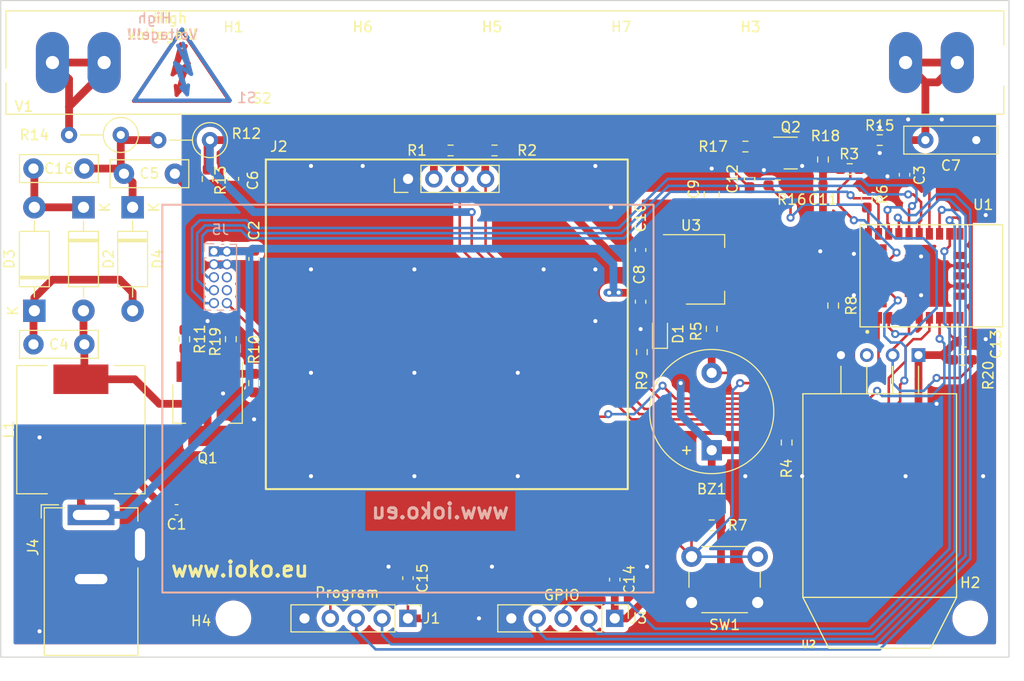
<source format=kicad_pcb>
(kicad_pcb (version 20211014) (generator pcbnew)
  (layers (0 "F.Cu" signal) (31 "B.Cu" signal) (34 "B.Paste" user) (35 "F.Paste" user) (36 "B.SilkS" user "B.Silkscreen") (37 "F.SilkS" user "F.Silkscreen") (38 "B.Mask" user) (39 "F.Mask" user) (44 "Edge.Cuts" user))
  (net 0 "")
  (net 1 "/SCL")
  (net 2 "+3V3")
  (net 3 "/SDA")
  (net 4 "Net-(R4-Pad2)")
  (net 5 "Net-(R6-Pad1)")
  (net 6 "GND")
  (net 7 "/BOOT_MODE")
  (net 8 "/PRG_TxD")
  (net 9 "/PRG_RxD")
  (net 10 "/TEMP_SEN")
  (net 11 "/PM_TxD")
  (net 12 "/PM_RxD")
  (net 13 "/IO3")
  (net 14 "/IO2")
  (net 15 "/IO1")
  (net 16 "/HV_PS")
  (net 17 "/G_PULSE")
  (net 18 "+5V")
  (net 19 "/BUZZER")
  (net 22 "/PWM")
  (net 24 "/PM_RST")
  (net 26 "/LED")
  (net 27 "Net-(D1-Pad1)")
  (net 29 "/PM_SET")
  (net 30 "Net-(R8-Pad1)")
  (net 31 "Net-(C3-Pad2)")
  (net 32 "Net-(C4-Pad1)")
  (net 33 "Net-(C7-Pad2)")
  (net 34 "/G_ANA")
  (net 35 "Net-(Q2-Pad1)")
  (net 36 "Net-(R14-Pad2)")
  (net 37 "Net-(C16-Pad2)")
  (net 39 "Net-(R10-Pad1)")
  (net 40 "Net-(R11-Pad2)")
  (net 41 "Net-(C4-Pad2)")
  (net 42 "Net-(C16-Pad1)")
  (footprint "Capacitor_THT:C_Disc_D7.5mm_W2.5mm_P5.00mm" (layer "F.Cu") (at 132.675 55.372 180)
    (fp_text reference "C5")
    (fp_text value "10nF/1000v")
  )
  (footprint "Resistor_SMD:R_0603_1608Metric_Pad0.98x0.95mm_HandSolder" (layer "F.Cu") (at 178.562 72.898 90)
    (fp_text reference "R9")
    (fp_text value "10K")
  )
  (footprint "Resistor_SMD:R_0603_1608Metric_Pad0.98x0.95mm_HandSolder" (layer "F.Cu") (at 197.358 68.326 -90)
    (fp_text reference "R8")
    (fp_text value "10K")
  )
  (footprint "Capacitor_THT:C_Disc_D9.0mm_W2.5mm_P5.00mm" (layer "F.Cu") (at 211.415 52.07 180)
    (fp_text reference "C7")
    (fp_text value "220pF")
  )
  (footprint "Connector_PinHeader_2.54mm:PinHeader_1x04_P2.54mm_Vertical" (layer "F.Cu") (at 155.585 55.88 90)
    (fp_text reference "J2")
    (fp_text value "Display")
  )
  (footprint "Package_TO_SOT_SMD:SOT-223" (layer "F.Cu") (at 135.89 77.978 -90)
    (fp_text reference "Q1")
    (fp_text value "PBHV8540Z")
  )
  (footprint "Symbol:Symbol_HighVoltage_Type2_CopperTop_VerySmall" (layer "F.Cu") (at 133.35 45.42536)
    (fp_text reference "S2")
    (fp_text value "SYM_Flash_Small")
  )
  (footprint "MountingHole:MountingHole_2.5mm" (layer "F.Cu") (at 163.83 44.45)
    (fp_text reference "H5")
    (fp_text value "MountingHole")
  )
  (footprint "Capacitor_THT:C_Disc_D7.5mm_W2.5mm_P5.00mm" (layer "F.Cu") (at 118.785 54.864)
    (fp_text reference "C16")
    (fp_text value "10nF/1000v")
  )
  (footprint "Capacitor_THT:C_Disc_D7.5mm_W2.5mm_P5.00mm" (layer "F.Cu") (at 123.785 72.136 180)
    (fp_text reference "C4")
    (fp_text value "10nF/1000v")
  )
  (footprint "Button_Switch_THT:SW_PUSH_6mm_H4.3mm" (layer "F.Cu") (at 183.44 93)
    (fp_text reference "SW1")
    (fp_text value "SW_Update")
  )
  (footprint "Capacitor_SMD:C_0603_1608Metric" (layer "F.Cu") (at 204.3684 55.4736 90)
    (fp_text reference "C3")
    (fp_text value "DNU")
  )
  (footprint "LED_SMD:LED_0603_1608Metric_Pad1.05x0.95mm_HandSolder" (layer "F.Cu") (at 180.34 70.866 90)
    (fp_text reference "D1")
    (fp_text value "Status")
  )
  (footprint "MountingHole:MountingHole_2.5mm" (layer "F.Cu") (at 210.82 99.06)
    (fp_text reference "H2")
    (fp_text value "MountingHole")
  )
  (footprint "Resistor_SMD:R_0603_1608Metric_Pad0.98x0.95mm_HandSolder" (layer "F.Cu") (at 198.9836 54.9148)
    (fp_text reference "R3")
    (fp_text value "DNU")
  )
  (footprint "Resistor_SMD:R_0603_1608Metric_Pad0.98x0.95mm_HandSolder" (layer "F.Cu") (at 185.42 70.612 -90)
    (fp_text reference "R5")
    (fp_text value "DNU")
  )
  (footprint "MountingHole:MountingHole_2.5mm" (layer "F.Cu") (at 176.53 44.45)
    (fp_text reference "H7")
    (fp_text value "MountingHole")
  )
  (footprint "nina:XCVR_NINA-W102" (layer "F.Cu") (at 207.01 65.405 90)
    (fp_text reference "U1")
    (fp_text value "NINA-W102")
  )
  (footprint "Buzzer_Beeper:Buzzer_12x9.5RM7.6" (layer "F.Cu") (at 185.42 82.54 90)
    (fp_text reference "BZ1")
    (fp_text value "Buzzer")
  )
  (footprint "Capacitor_SMD:C_0603_1608Metric" (layer "F.Cu") (at 175.895 95.25 -90)
    (fp_text reference "C14")
    (fp_text value "100nF")
  )
  (footprint "Capacitor_SMD:C_0603_1608Metric_Pad1.08x0.95mm_HandSolder" (layer "F.Cu") (at 138.43 55.88 90)
    (fp_text reference "C6")
    (fp_text value "100pF")
  )
  (footprint "Capacitor_SMD:C_0603_1608Metric" (layer "F.Cu") (at 140.462 63.741 90)
    (fp_text reference "C2")
    (fp_text value "100nF")
  )
  (footprint "Resistor_THT:R_Axial_DIN0309_L9.0mm_D3.2mm_P5.08mm_Vertical" (layer "F.Cu") (at 127.362 51.562 180)
    (fp_text reference "R14")
    (fp_text value "10M")
  )
  (footprint "Capacitor_SMD:C_0603_1608Metric" (layer "F.Cu") (at 195.58 56.515)
    (fp_text reference "C11")
    (fp_text value "100nF")
  )
  (footprint "Resistor_SMD:R_0603_1608Metric_Pad0.98x0.95mm_HandSolder" (layer "F.Cu") (at 201.93 52.07)
    (fp_text reference "R15")
    (fp_text value "10K")
  )
  (footprint "Inductor_SMD:L_12x12mm_H6mm" (layer "F.Cu") (at 123.444 80.518 90)
    (fp_text reference "L1")
    (fp_text value "10mH")
  )
  (footprint "MountingHole:MountingHole_2.5mm" (layer "F.Cu") (at 189.23 44.45)
    (fp_text reference "H3")
    (fp_text value "MountingHole")
  )
  (footprint "Package_TO_SOT_SMD:SOT-223-3_TabPin2" (layer "F.Cu") (at 184.785 64.77)
    (fp_text reference "U3")
    (fp_text value "AZ1117-3.3")
  )
  (footprint "Resistor_SMD:R_0603_1608Metric_Pad0.98x0.95mm_HandSolder" (layer "F.Cu") (at 135.89 55.88 90)
    (fp_text reference "R13")
    (fp_text value "330K")
  )
  (footprint "Resistor_SMD:R_0603_1608Metric_Pad0.98x0.95mm_HandSolder" (layer "F.Cu") (at 192.786 81.788 90)
    (fp_text reference "R4")
    (fp_text value "DNU")
  )
  (footprint "Resistor_SMD:R_0603_1608Metric_Pad0.98x0.95mm_HandSolder" (layer "F.Cu") (at 210.058 73.66)
    (fp_text reference "R20")
    (fp_text value "22K")
  )
  (footprint "MountingHole:MountingHole_2.5mm" (layer "F.Cu") (at 138.43 44.45)
    (fp_text reference "H1")
    (fp_text value "MountingHole")
  )
  (footprint "Resistor_THT:R_Axial_DIN0309_L9.0mm_D3.2mm_P5.08mm_Vertical" (layer "F.Cu") (at 136.125 52.07 180)
    (fp_text reference "R12")
    (fp_text value "47M")
  )
  (footprint "Resistor_SMD:R_0603_1608Metric_Pad0.98x0.95mm_HandSolder" (layer "F.Cu") (at 138.176 71.628 -90)
    (fp_text reference "R19")
    (fp_text value "10K")
  )
  (footprint "Connector_BarrelJack:BarrelJack_GCT_DCJ200-10-A_Horizontal" (layer "F.Cu") (at 124.445 88.9)
    (fp_text reference "J4")
    (fp_text value "5V DC")
  )
  (footprint "Resistor_SMD:R_0603_1608Metric_Pad0.98x0.95mm_HandSolder" (layer "F.Cu") (at 140.462 75.946 -90)
    (fp_text reference "R10")
    (fp_text value "2K2")
  )
  (footprint "MountingHole:MountingHole_2.5mm" (layer "F.Cu") (at 151.13 44.45)
    (fp_text reference "H6")
    (fp_text value "MountingHole")
  )
  (footprint "Capacitor_SMD:C_0805_2012Metric_Pad1.18x1.45mm_HandSolder" (layer "F.Cu") (at 185.42 57.404 -90)
    (fp_text reference "C9")
    (fp_text value "4,7uF")
  )
  (footprint "Resistor_SMD:R_0603_1608Metric_Pad0.98x0.95mm_HandSolder" (layer "F.Cu") (at 188.735 52.705 180)
    (fp_text reference "R17")
    (fp_text value "1K")
  )
  (footprint "Resistor_SMD:R_0603_1608Metric_Pad0.98x0.95mm_HandSolder" (layer "F.Cu") (at 159.766 53.086 180)
    (fp_text reference "R1")
    (fp_text value "22K")
  )
  (footprint "Capacitor_SMD:C_0603_1608Metric" (layer "F.Cu") (at 132.842 88.392 180)
    (fp_text reference "C1")
    (fp_text value "100nF")
  )
  (footprint "Capacitor_SMD:C_0603_1608Metric_Pad1.08x0.95mm_HandSolder" (layer "F.Cu") (at 189.1425 55.88 -90)
    (fp_text reference "C12")
    (fp_text value "10pF")
  )
  (footprint "Capacitor_SMD:C_0603_1608Metric" (layer "F.Cu") (at 155.575 95.11 -90)
    (fp_text reference "C15")
    (fp_text value "100nF")
  )
  (footprint "Resistor_SMD:R_0603_1608Metric_Pad0.98x0.95mm_HandSolder" (layer "F.Cu") (at 191.91 56.515 180)
    (fp_text reference "R16")
    (fp_text value "220K")
  )
  (footprint "Package_TO_SOT_SMD:SOT-23" (layer "F.Cu") (at 193.18 53.34)
    (fp_text reference "Q2")
    (fp_text value "BC817")
  )
  (footprint "Resistor_SMD:R_0603_1608Metric_Pad0.98x0.95mm_HandSolder" (layer "F.Cu") (at 200.66 57.785 90)
    (fp_text reference "R6")
    (fp_text value "10K")
  )
  (footprint "Connector_PinHeader_2.54mm:PinHeader_1x05_P2.54mm_Vertical" (layer "F.Cu") (at 175.895 99.06 -90)
    (fp_text reference "J3")
    (fp_text value "IO")
  )
  (footprint "Resistor_SMD:R_0603_1608Metric_Pad0.98x0.95mm_HandSolder" (layer "F.Cu") (at 164.084 53.086)
    (fp_text reference "R2")
    (fp_text value "22K")
  )
  (footprint "MountingHole:MountingHole_2.5mm" (layer "F.Cu") (at 138.43 99.06)
    (fp_text reference "H4")
    (fp_text value "MountingHole")
  )
  (footprint "Diode_THT:D_DO-41_SOD81_P10.16mm_Horizontal" (layer "F.Cu") (at 128.524 58.674 -90)
    (fp_text reference "D4")
    (fp_text value "1N4007")
  )
  (footprint "Capacitor_SMD:C_0603_1608Metric_Pad1.08x0.95mm_HandSolder" (layer "F.Cu") (at 178.435 67.945 90)
    (fp_text reference "C8")
    (fp_text value "2,2uF")
  )
  (footprint "Diode_THT:D_DO-41_SOD81_P10.16mm_Horizontal" (layer "F.Cu") (at 118.872 68.834 90)
    (fp_text reference "D3")
    (fp_text value "1N4007")
  )
  (footprint "nina:SNR4-2.54-25.0X15.0X7.0MM" (layer "F.Cu") (at 201.93 86.995 180)
    (fp_text reference "U2")
    (fp_text value "AM2302")
  )
  (footprint "nina:Geiger" (layer "F.Cu") (at 118.11 44.45)
    (fp_text reference "V1")
    (fp_text value "J305")
  )
  (footprint "Diode_THT:D_DO-41_SOD81_P10.16mm_Horizontal" (layer "F.Cu") (at 123.698 58.674 -90)
    (fp_text reference "D2")
    (fp_text value "1N4007")
  )
  (footprint "Capacitor_SMD:C_0603_1608Metric" (layer "F.Cu") (at 178.435 62.865 -90)
    (fp_text reference "C10")
    (fp_text value "100nF")
  )
  (footprint "Capacitor_SMD:C_0603_1608Metric" (layer "F.Cu") (at 210.299 71.882 180)
    (fp_text reference "C13")
    (fp_text value "100nF")
  )
  (footprint "Connector_PinHeader_2.54mm:PinHeader_1x05_P2.54mm_Vertical" (layer "F.Cu") (at 155.575 99.06 -90)
    (fp_text reference "J1")
    (fp_text value "Program")
  )
  (footprint "Resistor_SMD:R_0603_1608Metric_Pad0.98x0.95mm_HandSolder" (layer "F.Cu") (at 196.355 53.975 90)
    (fp_text reference "R18")
    (fp_text value "10K")
  )
  (footprint "Resistor_SMD:R_0603_1608Metric_Pad0.98x0.95mm_HandSolder" (layer "F.Cu") (at 133.604 71.628 -90)
    (fp_text reference "R11")
    (fp_text value "47R")
  )
  (footprint "Resistor_SMD:R_0603_1608Metric_Pad0.98x0.95mm_HandSolder" (layer "F.Cu") (at 185.42 89.916)
    (fp_text reference "R7")
    (fp_text value "47K")
  )
  (footprint "Connector_PinSocket_1.27mm:PinSocket_2x05_P1.27mm_Vertical" (layer "B.Cu") (at 136.515 63.007 180)
    (fp_text reference "J5")
    (fp_text value "PM")
  )
  (footprint "Symbol:Symbol_HighVoltage_Type2_CopperTop_VerySmall" (layer "B.Cu") (at 133.38556 45.37837 180)
    (fp_text reference "S1")
    (fp_text value "SYM_Flash_Small")
  )
  (gr_rect (start 131.445 58.42) (end 179.705 96.52) (layer "B.SilkS") (width 0.2) (fill none))
  (gr_rect (start 141.615 53.975) (end 177.175 86.36) (layer "F.SilkS") (width 0.2) (fill none))
  (gr_rect (start 214.63 102.87) (end 115.57 38.354) (layer "Edge.Cuts") (width 0.1) (fill none))
  (gr_text "www.ioko.eu" (at 139.065 94.234) (layer "F.Cu") (effects (font (size 1.5 1.5) (thickness 0.3))))
  (gr_text "www.ioko.eu" (at 158.75 88.519) (layer "B.Cu") (effects (font (size 1.5 1.5) (thickness 0.3)) (justify mirror)))
  (gr_text "www.ioko.eu" (at 158.75 88.519) (layer "B.SilkS") (effects (font (size 1.5 1.5) (thickness 0.3)) (justify mirror)))
  (gr_text "  High\nVoltage!!!" (at 131.445 40.894) (layer "B.SilkS") (effects (font (size 1 1)) (justify mirror)))
  (gr_text "GPIO" (at 170.688 96.774) (layer "F.SilkS") (effects (font (size 1 1))))
  (gr_text "Program" (at 149.606 96.52) (layer "F.SilkS") (effects (font (size 1 1))))
  (gr_text "www.ioko.eu" (at 139.065 94.234) (layer "F.SilkS") (effects (font (size 1.5 1.5) (thickness 0.3))))
  (gr_text "  High\nVoltage!!!" (at 131.445 40.894) (layer "F.SilkS") (effects (font (size 1 1))))
  (segment (start 160.6785 53.086) (end 160.6785 55.8665) (width 0.762) (layer "F.Cu") (net 1))
  (segment (start 198.882 79.502) (end 177.546 79.502) (width 0.25) (layer "F.Cu") (net 1))
  (segment (start 201.676 76.708) (end 198.882 79.502) (width 0.25) (layer "F.Cu") (net 1))
  (segment (start 207.81 69.53) (end 207.81 71.59) (width 0.254) (layer "F.Cu") (net 1))
  (segment (start 177.546 79.502) (end 160.665 62.621) (width 0.25) (layer "F.Cu") (net 1))
  (segment (start 160.6785 55.8665) (end 160.665 55.88) (width 0.762) (layer "F.Cu") (net 1))
  (segment (start 160.665 62.621) (end 160.665 55.88) (width 0.25) (layer "F.Cu") (net 1))
  (via (at 207.81 71.59) (size 0.8) (drill 0.4) (layers "F.Cu" "B.Cu") (net 1))
  (via (at 201.676 76.708) (size 0.8) (drill 0.4) (layers "F.Cu" "B.Cu") (net 1))
  (segment (start 208.28 75.946) (end 208.28 72.06) (width 0.25) (layer "B.Cu") (net 1))
  (segment (start 208.28 72.06) (end 207.81 71.59) (width 0.25) (layer "B.Cu") (net 1))
  (segment (start 201.676 76.708) (end 202.184 77.216) (width 0.25) (layer "B.Cu") (net 1))
  (segment (start 202.184 77.216) (end 207.01 77.216) (width 0.25) (layer "B.Cu") (net 1))
  (segment (start 207.01 77.216) (end 208.28 75.946) (width 0.25) (layer "B.Cu") (net 1))
  (segment (start 175.895 96.025) (end 175.895 99.06) (width 0.762) (layer "F.Cu") (net 2))
  (segment (start 179.565 64.77) (end 181.635 64.77) (width 0.25) (layer "F.Cu") (net 2))
  (segment (start 190.9826 64.7954) (end 196.355 59.423) (width 0.762) (layer "F.Cu") (net 2))
  (segment (start 195.072 75.692) (end 195.072 71.2705) (width 0.254) (layer "F.Cu") (net 2))
  (segment (start 158.242 53.086) (end 158.125 53.203) (width 0.762) (layer "F.Cu") (net 2))
  (segment (start 196.355 54.8875) (end 196.355 56.515) (width 0.25) (layer "F.Cu") (net 2))
  (segment (start 205.74 75.5396) (end 205.74 73.195) (width 0.762) (layer "F.Cu") (net 2))
  (segment (start 165.1 53.086) (end 165.2524 52.9336) (width 0.762) (layer "F.Cu") (net 2))
  (segment (start 209.1455 73.66) (end 208.562 73.66) (width 0.762) (layer "F.Cu") (net 2))
  (segment (start 201.4828 82.54) (end 205.74 78.2828) (width 0.762) (layer "F.Cu") (net 2))
  (segment (start 186.3344 94.0308) (end 186.3344 88.138) (width 0.762) (layer "F.Cu") (net 2))
  (segment (start 155.575 99.06) (end 156.972 99.06) (width 0.762) (layer "F.Cu") (net 2))
  (segment (start 183.388 76.962) (end 193.802 76.962) (width 0.254) (layer "F.Cu") (net 2))
  (segment (start 208.562 73.66) (end 208.097 73.195) (width 0.762) (layer "F.Cu") (net 2))
  (segment (start 182.372 69.596) (end 184.6326 67.3354) (width 0.762) (layer "F.Cu") (net 2))
  (segment (start 196.355 59.423) (end 196.355 54.8875) (width 0.762) (layer "F.Cu") (net 2))
  (segment (start 158.125 55.88) (end 158.125 53.203) (width 0.762) (layer "F.Cu") (net 2))
  (segment (start 205.74 75.438) (end 205.74 73.195) (width 0.25) (layer "F.Cu") (net 2))
  (segment (start 185.42 87.2236) (end 185.42 82.54) (width 0.762) (layer "F.Cu") (net 2))
  (segment (start 158.125 53.203) (end 158.125 52.695) (width 0.762) (layer "F.Cu") (net 2))
  (segment (start 163.8808 51.562) (end 165.2524 52.9336) (width 0.762) (layer "F.Cu") (net 2))
  (segment (start 160.007 96.025) (end 175.895 96.025) (width 0.762) (layer "F.Cu") (net 2))
  (segment (start 195.072 71.2705) (end 197.104 69.2385) (width 0.254) (layer "F.Cu") (net 2))
  (segment (start 165.2524 52.9336) (end 175.9588 63.64) (width 0.762) (layer "F.Cu") (net 2))
  (segment (start 159.258 51.562) (end 163.8808 51.562) (width 0.762) (layer "F.Cu") (net 2))
  (segment (start 205.74 73.195) (end 208.097 73.195) (width 0.762) (layer "F.Cu") (net 2))
  (segment (start 187.935 62.205) (end 185.42 59.69) (width 0.762) (layer "F.Cu") (net 2))
  (segment (start 197.104 69.2385) (end 197.358 69.2385) (width 0.254) (layer "F.Cu") (net 2))
  (segment (start 187.935 64.77) (end 187.935 62.205) (width 0.762) (layer "F.Cu") (net 2))
  (segment (start 182.372 75.946) (end 183.388 76.962) (width 0.254) (layer "F.Cu") (net 2))
  (segment (start 205.74 78.2828) (end 205.74 75.5396) (width 0.762) (layer "F.Cu") (net 2))
  (segment (start 186.3344 88.138) (end 185.42 87.2236) (width 0.762) (layer "F.Cu") (net 2))
  (segment (start 180.848 95.25) (end 185.1152 95.25) (width 0.762) (layer "F.Cu") (net 2))
  (segment (start 209.81 69.53) (end 209.81 71.355) (width 0.25) (layer "F.Cu") (net 2))
  (segment (start 193.802 76.962) (end 195.072 75.692) (width 0.254) (layer "F.Cu") (net 2))
  (segment (start 208.81 69.53) (end 208.81 71.155) (width 0.25) (layer "F.Cu") (net 2))
  (segment (start 177.038 99.06) (end 180.848 95.25) (width 0.762) (layer "F.Cu") (net 2))
  (segment (start 208.097 73.195) (end 209.41 71.882) (width 0.762) (layer "F.Cu") (net 2))
  (segment (start 208.81 71.155) (end 209.41 71.755) (width 0.25) (layer "F.Cu") (net 2))
  (segment (start 182.372 75.946) (end 182.372 69.596) (width 0.762) (layer "F.Cu") (net 2))
  (segment (start 164.9965 53.086) (end 165.1 53.086) (width 0.762) (layer "F.Cu") (net 2))
  (segment (start 179.5904 64.7954) (end 184.6326 64.7954) (width 0.762) (layer "F.Cu") (net 2))
  (segment (start 196.3823 54.9148) (end 196.355 54.8875) (width 0.762) (layer "F.Cu") (net 2))
  (segment (start 175.9588 63.64) (end 178.435 63.64) (width 0.762) (layer "F.Cu") (net 2))
  (segment (start 156.972 99.06) (end 160.007 96.025) (width 0.762) (layer "F.Cu") (net 2))
  (segment (start 158.125 52.695) (end 159.258 51.562) (width 0.762) (layer "F.Cu") (net 2))
  (segment (start 185.1152 95.25) (end 186.3344 94.0308) (width 0.762) (layer "F.Cu") (net 2))
  (segment (start 178.435 63.64) (end 179.5904 64.7954) (width 0.762) (layer "F.Cu") (net 2))
  (segment (start 155.575 95.885) (end 155.575 99.06) (width 0.25) (layer "F.Cu") (net 2))
  (segment (start 185.42 82.54) (end 201.4828 82.54) (width 0.762) (layer "F.Cu") (net 2))
  (segment (start 209.81 71.355) (end 209.41 71.755) (width 0.25) (layer "F.Cu") (net 2))
  (segment (start 178.435 63.64) (end 179.565 64.77) (width 0.25) (layer "F.Cu") (net 2))
  (segment (start 198.0711 54.9148) (end 196.3823 54.9148) (width 0.762) (layer "F.Cu") (net 2))
  (segment (start 185.42 59.69) (end 185.42 58.4415) (width 0.762) (layer "F.Cu") (net 2))
  (segment (start 175.895 99.06) (end 177.038 99.06) (width 0.762) (layer "F.Cu") (net 2))
  (segment (start 184.6326 67.3354) (end 184.6326 64.7954) (width 0.762) (layer "F.Cu") (net 2))
  (segment (start 184.6326 64.7954) (end 190.9826 64.7954) (width 0.762) (layer "F.Cu") (net 2))
  (segment (start 158.8535 53.086) (end 158.242 53.086) (width 0.762) (layer "F.Cu") (net 2))
  (via (at 182.372 75.946) (size 0.8) (drill 0.4) (layers "F.Cu" "B.Cu") (net 2))
  (segment (start 182.372 79.0448) (end 182.372 75.946) (width 0.762) (layer "B.Cu") (net 2))
  (segment (start 185.42 82.0928) (end 182.372 79.0448) (width 0.762) (layer "B.Cu") (net 2))
  (segment (start 185.42 82.54) (end 185.42 82.0928) (width 0.762) (layer "B.Cu") (net 2))
  (segment (start 200.81 70.716) (end 199.39 72.136) (width 0.25) (layer "F.Cu") (net 3))
  (segment (start 163.1715 55.8465) (end 163.205 55.88) (width 0.762) (layer "F.Cu") (net 3))
  (segment (start 178.816 78.486) (end 163.205 62.875) (width 0.25) (layer "F.Cu") (net 3))
  (segment (start 163.205 62.875) (end 163.205 55.88) (width 0.25) (layer "F.Cu") (net 3))
  (segment (start 196.85 78.486) (end 178.816 78.486) (width 0.25) (layer "F.Cu") (net 3))
  (segment (start 199.39 72.136) (end 199.39 75.946) (width 0.25) (layer "F.Cu") (net 3))
  (segment (start 163.1715 53.086) (end 163.1715 55.8465) (width 0.762) (layer "F.Cu") (net 3))
  (segment (start 199.39 75.946) (end 196.85 78.486) (width 0.25) (layer "F.Cu") (net 3))
  (segment (start 200.81 69.53) (end 200.81 70.716) (width 0.25) (layer "F.Cu") (net 3))
  (segment (start 200.787 80.8755) (end 203.9385 77.724) (width 0.254) (layer "F.Cu") (net 4))
  (segment (start 203.9385 76.0965) (end 204.343 75.692) (width 0.254) (layer "F.Cu") (net 4))
  (segment (start 203.9385 77.724) (end 203.9385 76.0965) (width 0.254) (layer "F.Cu") (net 4))
  (segment (start 202.945 67.055) (end 203.708 67.818) (width 0.254) (layer "F.Cu") (net 4))
  (segment (start 192.786 80.8755) (end 200.787 80.8755) (width 0.254) (layer "F.Cu") (net 4))
  (segment (start 202.26 67.055) (end 202.945 67.055) (width 0.254) (layer "F.Cu") (net 4))
  (via (at 204.343 75.692) (size 0.8) (drill 0.4) (layers "F.Cu" "B.Cu") (net 4))
  (via (at 203.708 67.818) (size 0.8) (drill 0.4) (layers "F.Cu" "B.Cu") (net 4))
  (segment (start 202.38272 69.14328) (end 202.38272 71.31872) (width 0.25) (layer "B.Cu") (net 4))
  (segment (start 203.020476 71.956476) (end 204.036476 71.956476) (width 0.25) (layer "B.Cu") (net 4))
  (segment (start 203.708 67.818) (end 202.38272 69.14328) (width 0.25) (layer "B.Cu") (net 4))
  (segment (start 204.036476 71.956476) (end 204.47 72.39) (width 0.25) (layer "B.Cu") (net 4))
  (segment (start 202.38272 71.31872) (end 203.020476 71.956476) (width 0.25) (layer "B.Cu") (net 4))
  (segment (start 204.47 75.565) (end 204.343 75.692) (width 0.25) (layer "B.Cu") (net 4))
  (segment (start 204.47 72.39) (end 204.47 75.565) (width 0.25) (layer "B.Cu") (net 4))
  (segment (start 200.81 61.28) (end 200.81 58.8475) (width 0.25) (layer "F.Cu") (net 5))
  (segment (start 200.81 58.8475) (end 200.66 58.6975) (width 0.25) (layer "F.Cu") (net 5))
  (segment (start 133.9685 56.7925) (end 135.89 56.7925) (width 0.762) (layer "F.Cu") (net 6))
  (segment (start 140.223 64.277) (end 140.462 64.516) (width 0.762) (layer "F.Cu") (net 6))
  (segment (start 205.89 63.604) (end 205.994 63.5) (width 0.254) (layer "F.Cu") (net 6))
  (segment (start 136.515 64.277) (end 140.223 64.277) (width 0.762) (layer "F.Cu") (net 6))
  (segment (start 189.1425 55.0175) (end 190.5497 55.0175) (width 0.25) (layer "F.Cu") (net 6))
  (segment (start 199.485 67.405) (end 199.39 67.31) (width 0.254) (layer "F.Cu") (net 6))
  (segment (start 208.391 64.405) (end 207.465 64.405) (width 0.25) (layer "F.Cu") (net 6))
  (segment (start 209.735 64.405) (end 208.391 64.405) (width 0.25) (layer "F.Cu") (net 6))
  (segment (start 209.735 66.405) (end 208.423 66.405) (width 0.25) (layer "F.Cu") (net 6))
  (segment (start 205.81 67.494) (end 205.994 67.31) (width 0.254) (layer "F.Cu") (net 6))
  (segment (start 175.514 59.944) (end 177.66 62.09) (width 0.762) (layer "F.Cu") (net 6))
  (segment (start 207.04 67.13) (end 207.04 63.68) (width 0.25) (layer "F.Cu") (net 6))
  (segment (start 185.42 56.3665) (end 185.42 54.864) (width 0.762) (layer "F.Cu") (net 6))
  (segment (start 201.4455 56.8725) (end 202.692 55.626) (width 0.25) (layer "F.Cu") (net 6))
  (segment (start 132.675 55.372) (end 132.675 55.499) (width 0.762) (layer "F.Cu") (net 6))
  (segment (start 178.435 62.09) (end 181.255 62.09) (width 0.762) (layer "F.Cu") (net 6))
  (segment (start 199.549 63.405) (end 199.39 63.246) (width 0.254) (layer "F.Cu") (net 6))
  (segment (start 181.255 62.09) (end 181.635 62.47) (width 0.762) (layer "F.Cu") (net 6))
  (segment (start 207.465 64.405) (end 207.04 64.83) (width 0.25) (layer "F.Cu") (net 6))
  (segment (start 203.59 65.98) (end 207.04 65.98) (width 0.25) (layer "F.Cu") (net 6))
  (segment (start 192.8225 56.515) (end 192.8225 54.87) (width 0.25) (layer "F.Cu") (net 6))
  (segment (start 205.89 65.98) (end 205.89 67.206) (width 0.254) (layer "F.Cu") (net 6))
  (segment (start 178.435 68.8075) (end 178.435 70.6374) (width 0.254) (layer "F.Cu") (net 6))
  (segment (start 200.66 56.8725) (end 202.7155 56.8725) (width 0.25) (layer "F.Cu") (net 6))
  (segment (start 132.675 55.499) (end 133.9685 56.7925) (width 0.762) (layer "F.Cu") (net 6))
  (segment (start 204.74 63.68) (end 204.74 67.13) (width 0.25) (layer "F.Cu") (net 6))
  (segment (start 203.7445 56.8725) (end 204.3684 56.2486) (width 0.25) (layer "F.Cu") (net 6))
  (segment (start 207.04 64.83) (end 203.59 64.83) (width 0.25) (layer "F.Cu") (net 6))
  (segment (start 200.885 67.405) (end 199.485 67.405) (width 0.254) (layer "F.Cu") (net 6))
  (segment (start 175.514 59.944) (end 175.514 58.674) (width 0.762) (layer "F.Cu") (net 6))
  (segment (start 205.89 64.83) (end 205.89 63.604) (width 0.254) (layer "F.Cu") (net 6))
  (segment (start 191.515 55.0175) (end 192.2425 54.29) (width 0.25) (layer "F.Cu") (net 6))
  (segment (start 205.89 67.206) (end 205.994 67.31) (width 0.254) (layer "F.Cu") (net 6))
  (segment (start 207.465 66.405) (end 207.04 65.98) (width 0.25) (layer "F.Cu") (net 6))
  (segment (start 200.885 63.405) (end 199.549 63.405) (width 0.254) (layer "F.Cu") (net 6))
  (segment (start 205.81 69.53) (end 205.81 67.494) (width 0.254) (layer "F.Cu") (net 6))
  (segment (start 190.5497 55.0175) (end 191.515 55.0175) (width 0.25) (layer "F.Cu") (net 6))
  (segment (start 208.423 66.405) (end 207.465 66.405) (width 0.25) (layer "F.Cu") (net 6))
  (segment (start 200.66 56.8725) (end 201.4455 56.8725) (width 0.25) (layer "F.Cu") (net 6))
  (segment (start 192.8225 56.515) (end 194.805 56.515) (width 0.25) (layer "F.Cu") (net 6))
  (segment (start 192.8225 54.87) (end 192.2425 54.29) (width 0.25) (layer "F.Cu") (net 6))
  (segment (start 202.7155 56.8725) (end 203.7445 56.8725) (width 0.25) (layer "F.Cu") (net 6))
  (segment (start 177.66 62.09) (end 178.435 62.09) (width 0.762) (layer "F.Cu") (net 6))
  (via (at 208.026 50.038) (size 0.8) (drill 0.4) (layers "F.Cu" "B.Cu") (net 6))
  (via (at 166.37 85.09) (size 0.8) (drill 0.4) (layers "F.Cu" "B.Cu") (net 6))
  (via (at 204.724 50.038) (size 0.8) (drill 0.4) (layers "F.Cu" "B.Cu") (net 6))
  (via (at 156.21 85.09) (size 0.8) (drill 0.4) (layers "F.Cu" "B.Cu") (net 6))
  (via (at 207.518 77.978) (size 0.8) (drill 0.4) (layers "F.Cu" "B.Cu") (net 6))
  (via (at 204.47 85.09) (size 0.8) (drill 0.4) (layers "F.Cu" "B.Cu") (net 6))
  (via (at 179.07 93.98) (size 0.8) (drill 0.4) (layers "F.Cu" "B.Cu") (net 6))
  (via (at 201.93 50.8) (size 0.8) (drill 0.4) (layers "F.Cu" "B.Cu") (net 6))
  (via (at 146.05 85.09) (size 0.8) (drill 0.4) (layers "F.Cu" "B.Cu") (net 6))
  (via (at 119.38 81.28) (size 0.8) (drill 0.4) (layers "F.Cu" "B.Cu") (net 6))
  (via (at 166.37 74.93) (size 0.8) (drill 0.4) (layers "F.Cu" "B.Cu") (net 6))
  (via (at 212.344 59.436) (size 0.8) (drill 0.4) (layers "F.Cu" "B.Cu") (net 6))
  (via (at 168.91 64.77) (size 0.8) (drill 0.4) (layers "F.Cu" "B.Cu") (net 6))
  (via (at 119.38 100.33) (size 0.8) (drill 0.4) (layers "F.Cu" "B.Cu") (net 6))
  (via (at 205.994 67.31) (size 0.8) (drill 0.4) (layers "F.Cu" "B.Cu") (net 6))
  (via (at 173.99 64.77) (size 0.8) (drill 0.4) (layers "F.Cu" "B.Cu") (net 6))
  (via (at 156.21 64.77) (size 0.8) (drill 0.4) (layers "F.Cu" "B.Cu") (net 6))
  (via (at 162.56 99.06) (size 0.8) (drill 0.4) (layers "F.Cu" "B.Cu") (net 6))
  (via (at 202.692 55.626) (size 0.8) (drill 0.4) (layers "F.Cu" "B.Cu") (net 6))
  (via (at 201.93 53.34) (size 0.8) (drill 0.4) (layers "F.Cu" "B.Cu") (net 6))
  (via (at 135.89 69.85) (size 0.8) (drill 0.4) (layers "F.Cu" "B.Cu") (net 6))
  (via (at 173.99 69.85) (size 0.8) (drill 0.4) (layers "F.Cu" "B.Cu") (net 6))
  (via (at 140.462 79.502) (size 0.8) (drill 0.4) (layers "F.Cu" "B.Cu") (net 6))
  (via (at 190.5497 55.0175) (size 0.8) (drill 0.4) (layers "F.Cu" "B.Cu") (net 6))
  (via (at 146.05 54.61) (size 0.8) (drill 0.4) (layers "F.Cu" "B.Cu") (net 6))
  (via (at 194.31 85.09) (size 0.8) (drill 0.4) (layers "F.Cu" "B.Cu") (net 6))
  (via (at 137.414 76.962) (size 0.8) (drill 0.4) (layers "F.Cu" "B.Cu") (net 6))
  (via (at 163.83 93.98) (size 0.8) (drill 0.4) (layers "F.Cu" "B.Cu") (net 6))
  (via (at 175.514 58.674) (size 0.8) (drill 0.4) (layers "F.Cu" "B.Cu") (net 6))
  (via (at 205.994 63.5) (size 0.8) (drill 0.4) (layers "F.Cu" "B.Cu") (net 6))
  (via (at 146.05 64.77) (size 0.8) (drill 0.4) (layers "F.Cu" "B.Cu") (net 6))
  (via (at 194.31 54.61) (size 0.8) (drill 0.4) (layers "F.Cu" "B.Cu") (net 6))
  (via (at 153.67 93.98) (size 0.8) (drill 0.4) (layers "F.Cu" "B.Cu") (net 6))
  (via (at 185.42 54.864) (size 0.8) (drill 0.4) (layers "F.Cu" "B.Cu") (net 6))
  (via (at 199.39 67.31) (size 0.8) (drill 0.4) (layers "F.Cu" "B.Cu") (net 6))
  (via (at 146.05 74.93) (size 0.8) (drill 0.4) (layers "F.Cu" "B.Cu") (net 6))
  (via (at 212.09 85.09) (size 0.8) (drill 0.4) (layers "F.Cu" "B.Cu") (net 6))
  (via (at 196.088 62.992) (size 0.8) (drill 0.4) (layers "F.Cu" "B.Cu") (net 6))
  (via (at 173.99 54.61) (size 0.8) (drill 0.4) (layers "F.Cu" "B.Cu") (net 6))
  (via (at 156.21 74.93) (size 0.8) (drill 0.4) (layers "F.Cu" "B.Cu") (net 6))
  (via (at 199.39 63.246) (size 0.8) (drill 0.4) (layers "F.Cu" "B.Cu") (net 6))
  (via (at 212.344 71.628) (size 0.8) (drill 0.4) (layers "F.Cu" "B.Cu") (net 6))
  (via (at 151.13 54.61) (size 0.8) (drill 0.4) (layers "F.Cu" "B.Cu") (net 6))
  (via (at 188.722 85.09) (size 0.8) (drill 0.4) (layers "F.Cu" "B.Cu") (net 6))
  (via (at 178.435 70.6374) (size 0.8) (drill 0.4) (layers "F.Cu" "B.Cu") (net 6))
  (segment (start 124.445 95.2) (end 135.5844 95.2) (width 0.762) (layer "B.Cu") (net 6))
  (segment (start 134.3152 91.3892) (end 133.9044 91.8) (width 0.762) (layer "B.Cu") (net 6))
  (segment (start 136.0932 94.6912) (end 136.0932 92.5068) (width 0.762) (layer "B.Cu") (net 6))
  (segment (start 134.9756 91.3892) (end 134.3152 91.3892) (width 0.762) (layer "B.Cu") (net 6))
  (segment (start 136.0932 92.5068) (end 134.9756 91.3892) (width 0.762) (layer "B.Cu") (net 6))
  (segment (start 135.5844 95.2) (end 136.0932 94.6912) (width 0.762) (layer "B.Cu") (net 6))
  (segment (start 133.9044 91.8) (end 129.245 91.8) (width 0.762) (layer "B.Cu") (net 6))
  (segment (start 193.548 75.946) (end 194.31 75.184) (width 0.254) (layer "F.Cu") (net 7))
  (segment (start 182.388 91.948) (end 183.44 93) (width 0.25) (layer "F.Cu") (net 7))
  (segment (start 194.31 75.184) (end 194.31 68.58) (width 0.254) (layer "F.Cu") (net 7))
  (segment (start 198.485 64.405) (end 200.885 64.405) (width 0.254) (layer "F.Cu") (net 7))
  (segment (start 183.44 90.9835) (end 184.5075 89.916) (width 0.25) (layer "F.Cu") (net 7))
  (segment (start 153.162 91.948) (end 182.388 91.948) (width 0.25) (layer "F.Cu") (net 7))
  (segment (start 188.214 75.946) (end 193.548 75.946) (width 0.254) (layer "F.Cu") (net 7))
  (segment (start 194.31 68.58) (end 198.485 64.405) (width 0.254) (layer "F.Cu") (net 7))
  (segment (start 147.955 99.06) (end 147.955 97.155) (width 0.25) (layer "F.Cu") (net 7))
  (segment (start 183.44 93) (end 183.44 90.9835) (width 0.25) (layer "F.Cu") (net 7))
  (segment (start 147.955 97.155) (end 153.162 91.948) (width 0.25) (layer "F.Cu") (net 7))
  (via (at 188.214 75.946) (size 0.8) (drill 0.4) (layers "F.Cu" "B.Cu") (net 7))
  (segment (start 187.452 88.988) (end 183.44 93) (width 0.254) (layer "B.Cu") (net 7))
  (segment (start 187.452 76.708) (end 187.452 88.988) (width 0.254) (layer "B.Cu") (net 7))
  (segment (start 183.44 93) (end 189.94 93) (width 0.25) (layer "B.Cu") (net 7))
  (segment (start 188.214 75.946) (end 187.452 76.708) (width 0.254) (layer "B.Cu") (net 7))
  (segment (start 203.81 61.28) (end 203.81 59.792) (width 0.254) (layer "F.Cu") (net 8))
  (segment (start 203.81 59.792) (end 203.708 59.69) (width 0.254) (layer "F.Cu") (net 8))
  (via (at 203.708 59.69) (size 0.8) (drill 0.4) (layers "F.Cu" "B.Cu") (net 8))
  (segment (start 201.676 101.6) (end 153.924 101.6) (width 0.254) (layer "B.Cu") (net 8))
  (segment (start 207.772 57.912) (end 208.788 57.912) (width 0.254) (layer "B.Cu") (net 8))
  (segment (start 205.486 60.198) (end 207.772 57.912) (width 0.254) (layer "B.Cu") (net 8))
  (segment (start 210.36328 92.91272) (end 201.676 101.6) (width 0.254) (layer "B.Cu") (net 8))
  (segment (start 153.035 100.711) (end 153.035 99.06) (width 0.254) (layer "B.Cu") (net 8))
  (segment (start 203.708 59.69) (end 204.216 60.198) (width 0.254) (layer "B.Cu") (net 8))
  (segment (start 153.924 101.6) (end 153.035 100.711) (width 0.254) (layer "B.Cu") (net 8))
  (segment (start 210.36328 59.48728) (end 210.36328 92.91272) (width 0.254) (layer "B.Cu") (net 8))
  (segment (start 204.216 60.198) (end 205.486 60.198) (width 0.254) (layer "B.Cu") (net 8))
  (segment (start 208.788 57.912) (end 210.36328 59.48728) (width 0.254) (layer "B.Cu") (net 8))
  (segment (start 202.81 61.28) (end 202.81 60.316) (width 0.254) (layer "F.Cu") (net 9))
  (segment (start 202.692 60.198) (end 202.692 58.928) (width 0.254) (layer "F.Cu") (net 9))
  (segment (start 202.81 60.316) (end 202.692 60.198) (width 0.254) (layer "F.Cu") (net 9))
  (via (at 202.692 58.928) (size 0.8) (drill 0.4) (layers "F.Cu" "B.Cu") (net 9))
  (segment (start 202.946 58.674) (end 203.962 58.674) (width 0.254) (layer "B.Cu") (net 9))
  (segment (start 210.82 58.928) (end 210.82 93.218) (width 0.254) (layer "B.Cu") (net 9))
  (segment (start 204.724 59.436) (end 205.486 59.436) (width 0.254) (layer "B.Cu") (net 9))
  (segment (start 205.486 59.436) (end 207.518 57.404) (width 0.254) (layer "B.Cu") (net 9))
  (segment (start 150.495 100.203) (end 150.495 99.06) (width 0.254) (layer "B.Cu") (net 9))
  (segment (start 202.692 58.928) (end 202.946 58.674) (width 0.254) (layer "B.Cu") (net 9))
  (segment (start 203.962 58.674) (end 204.724 59.436) (width 0.254) (layer "B.Cu") (net 9))
  (segment (start 209.296 57.404) (end 210.82 58.928) (width 0.254) (layer "B.Cu") (net 9))
  (segment (start 201.93 102.108) (end 152.4 102.108) (width 0.254) (layer "B.Cu") (net 9))
  (segment (start 152.4 102.108) (end 150.495 100.203) (width 0.254) (layer "B.Cu") (net 9))
  (segment (start 207.518 57.404) (end 209.296 57.404) (width 0.254) (layer "B.Cu") (net 9))
  (segment (start 210.82 93.218) (end 201.93 102.108) (width 0.254) (layer "B.Cu") (net 9))
  (segment (start 204.81 71.034) (end 203.2 72.644) (width 0.25) (layer "F.Cu") (net 10))
  (segment (start 209.804 75.438) (end 207.518 75.438) (width 0.254) (layer "F.Cu") (net 10))
  (segment (start 210.9705 74.2715) (end 209.804 75.438) (width 0.254) (layer "F.Cu") (net 10))
  (segment (start 203.2 72.644) (end 203.2 73.195) (width 0.25) (layer "F.Cu") (net 10))
  (segment (start 204.81 69.53) (end 204.81 71.034) (width 0.25) (layer "F.Cu") (net 10))
  (segment (start 210.9705 73.66) (end 210.9705 74.2715) (width 0.254) (layer "F.Cu") (net 10))
  (via (at 207.518 75.438) (size 0.8) (drill 0.4) (layers "F.Cu" "B.Cu") (net 10))
  (segment (start 203.2 73.195) (end 203.2 75.946) (width 0.25) (layer "B.Cu") (net 10))
  (segment (start 206.248 76.708) (end 207.518 75.438) (width 0.25) (layer "B.Cu") (net 10))
  (segment (start 203.962 76.708) (end 206.248 76.708) (width 0.25) (layer "B.Cu") (net 10))
  (segment (start 203.2 75.946) (end 203.962 76.708) (width 0.25) (layer "B.Cu") (net 10))
  (segment (start 204.978 58.674) (end 205.105 58.547) (width 0.254) (layer "F.Cu") (net 11))
  (segment (start 204.81 58.842) (end 204.978 58.674) (width 0.254) (layer "F.Cu") (net 11))
  (segment (start 204.81 61.28) (end 204.81 58.842) (width 0.254) (layer "F.Cu") (net 11))
  (via (at 205.105 58.547) (size 0.8) (drill 0.4) (layers "F.Cu" "B.Cu") (net 11))
  (segment (start 134.366 66.802) (end 135.651 68.087) (width 0.25) (layer "B.Cu") (net 11))
  (segment (start 205.105 58.547) (end 205.5368 58.1152) (width 0.25) (layer "B.Cu") (net 11))
  (segment (start 140.462 60.706) (end 139.7 59.944) (width 0.25) (layer "B.Cu") (net 11))
  (segment (start 200.787 56.515) (end 200.152 55.88) (width 0.25) (layer "B.Cu") (net 11))
  (segment (start 205.5368 56.9468) (end 205.105 56.515) (width 0.25) (layer "B.Cu") (net 11))
  (segment (start 200.152 55.88) (end 181.102 55.88) (width 0.25) (layer "B.Cu") (net 11))
  (segment (start 135.651 68.087) (end 136.515 68.087) (width 0.25) (layer "B.Cu") (net 11))
  (segment (start 135.128 59.944) (end 134.366 60.706) (width 0.25) (layer "B.Cu") (net 11))
  (segment (start 134.366 60.706) (end 134.366 66.802) (width 0.25) (layer "B.Cu") (net 11))
  (segment (start 205.5368 58.1152) (end 205.5368 56.9468) (width 0.25) (layer "B.Cu") (net 11))
  (segment (start 139.7 59.944) (end 135.128 59.944) (width 0.25) (layer "B.Cu") (net 11))
  (segment (start 181.102 55.88) (end 176.276 60.706) (width 0.25) (layer "B.Cu") (net 11))
  (segment (start 205.105 56.515) (end 200.787 56.515) (width 0.25) (layer "B.Cu") (net 11))
  (segment (start 176.276 60.706) (end 140.462 60.706) (width 0.25) (layer "B.Cu") (net 11))
  (segment (start 205.81 61.28) (end 205.81 60.128) (width 0.254) (layer "F.Cu") (net 12))
  (segment (start 205.81 60.128) (end 205.994 59.944) (width 0.254) (layer "F.Cu") (net 12))
  (segment (start 205.994 59.944) (end 205.994 58.166) (width 0.254) (layer "F.Cu") (net 12))
  (segment (start 205.994 58.166) (end 205.232 57.404) (width 0.254) (layer "F.Cu") (net 12))
  (segment (start 205.232 57.404) (end 204.724 57.404) (width 0.254) (layer "F.Cu") (net 12))
  (via (at 204.724 57.404) (size 0.8) (drill 0.4) (layers "F.Cu" "B.Cu") (net 12))
  (segment (start 139.446 60.452) (end 135.636 60.452) (width 0.25) (layer "B.Cu") (net 12))
  (segment (start 181.175711 56.568289) (end 176.53 61.214) (width 0.25) (layer "B.Cu") (net 12))
  (segment (start 140.208 61.214) (end 139.446 60.452) (width 0.25) (layer "B.Cu") (net 12))
  (segment (start 200.807422 57.404) (end 199.971711 56.568289) (width 0.25) (layer "B.Cu") (net 12))
  (segment (start 204.724 57.404) (end 200.807422 57.404) (width 0.25) (layer "B.Cu") (net 12))
  (segment (start 176.53 61.214) (end 140.208 61.214) (width 0.25) (layer "B.Cu") (net 12))
  (segment (start 135.636 60.452) (end 134.874 61.214) (width 0.25) (layer "B.Cu") (net 12))
  (segment (start 135.905 66.817) (end 136.515 66.817) (width 0.25) (layer "B.Cu") (net 12))
  (segment (start 199.971711 56.568289) (end 181.175711 56.568289) (width 0.25) (layer "B.Cu") (net 12))
  (segment (start 134.874 65.786) (end 135.905 66.817) (width 0.25) (layer "B.Cu") (net 12))
  (segment (start 134.874 61.214) (end 134.874 65.786) (width 0.25) (layer "B.Cu") (net 12))
  (segment (start 207.81 59.144) (end 208.026 58.928) (width 0.254) (layer "F.Cu") (net 13))
  (segment (start 207.81 61.28) (end 207.81 59.144) (width 0.254) (layer "F.Cu") (net 13))
  (via (at 208.026 58.928) (size 0.8) (drill 0.4) (layers "F.Cu" "B.Cu") (net 13))
  (segment (start 168.275 100.203) (end 169.164 101.092) (width 0.254) (layer "B.Cu") (net 13))
  (segment (start 201.422 101.092) (end 209.804 92.71) (width 0.254) (layer "B.Cu") (net 13))
  (segment (start 209.804 92.71) (end 209.804 59.69) (width 0.254) (layer "B.Cu") (net 13))
  (segment (start 168.275 99.06) (end 168.275 100.203) (width 0.254) (layer "B.Cu") (net 13))
  (segment (start 208.026 58.928) (end 209.042 58.928) (width 0.254) (layer "B.Cu") (net 13))
  (segment (start 169.164 101.092) (end 201.422 101.092) (width 0.254) (layer "B.Cu") (net 13))
  (segment (start 209.042 58.928) (end 209.804 59.69) (width 0.254) (layer "B.Cu") (net 13))
  (segment (start 208.81 61.28) (end 208.81 62.462) (width 0.254) (layer "F.Cu") (net 14))
  (segment (start 208.81 62.462) (end 208.28 62.992) (width 0.254) (layer "F.Cu") (net 14))
  (via (at 208.28 62.992) (size 0.8) (drill 0.4) (layers "F.Cu" "B.Cu") (net 14))
  (segment (start 170.815 99.06) (end 170.815 98.171) (width 0.254) (layer "B.Cu") (net 14))
  (segment (start 208.28 70.104) (end 208.788 70.612) (width 0.254) (layer "B.Cu") (net 14))
  (segment (start 177.292 97.536) (end 179.832 100.076) (width 0.254) (layer "B.Cu") (net 14))
  (segment (start 208.28 62.992) (end 208.28 70.104) (width 0.254) (layer "B.Cu") (net 14))
  (segment (start 170.815 98.171) (end 171.45 97.536) (width 0.254) (layer "B.Cu") (net 14))
  (segment (start 200.914 100.076) (end 208.788 92.202) (width 0.254) (layer "B.Cu") (net 14))
  (segment (start 208.788 92.202) (end 208.788 70.612) (width 0.254) (layer "B.Cu") (net 14))
  (segment (start 179.832 100.076) (end 200.914 100.076) (width 0.254) (layer "B.Cu") (net 14))
  (segment (start 171.45 97.536) (end 177.292 97.536) (width 0.254) (layer "B.Cu") (net 14))
  (segment (start 209.81 59.95) (end 209.55 59.69) (width 0.254) (layer "F.Cu") (net 15))
  (segment (start 209.55 59.69) (end 209.042 59.69) (width 0.254) (layer "F.Cu") (net 15))
  (segment (start 209.81 61.28) (end 209.81 59.95) (width 0.254) (layer "F.Cu") (net 15))
  (segment (start 209.042 59.69) (end 208.788 59.944) (width 0.254) (layer "F.Cu") (net 15))
  (via (at 208.788 59.944) (size 0.8) (drill 0.4) (layers "F.Cu" "B.Cu") (net 15))
  (segment (start 209.296 92.456) (end 209.296 60.452) (width 0.254) (layer "B.Cu") (net 15))
  (segment (start 173.355 99.06) (end 173.355 99.695) (width 0.254) (layer "B.Cu") (net 15))
  (segment (start 209.296 60.452) (end 208.788 59.944) (width 0.254) (layer "B.Cu") (net 15))
  (segment (start 173.355 99.695) (end 174.244 100.584) (width 0.254) (layer "B.Cu") (net 15))
  (segment (start 201.168 100.584) (end 209.296 92.456) (width 0.254) (layer "B.Cu") (net 15))
  (segment (start 174.244 100.584) (end 201.168 100.584) (width 0.254) (layer "B.Cu") (net 15))
  (segment (start 136.125 52.07) (end 138.5335 52.07) (width 0.762) (layer "F.Cu") (net 16))
  (segment (start 161.839511 59.140489) (end 161.839511 62.525511) (width 0.25) (layer "F.Cu") (net 16))
  (segment (start 197.866 78.994) (end 201.81 75.05) (width 0.25) (layer "F.Cu") (net 16))
  (segment (start 161.839511 62.525511) (end 178.308 78.994) (width 0.25) (layer "F.Cu") (net 16))
  (segment (start 135.89 54.9675) (end 135.89 52.305) (width 0.762) (layer "F.Cu") (net 16))
  (segment (start 178.308 78.994) (end 197.866 78.994) (width 0.25) (layer "F.Cu") (net 16))
  (segment (start 201.81 75.05) (end 201.81 69.53) (width 0.25) (layer "F.Cu") (net 16))
  (segment (start 138.43 52.1735) (end 138.43 55.0175) (width 0.762) (layer "F.Cu") (net 16))
  (segment (start 138.5335 52.07) (end 138.43 52.1735) (width 0.762) (layer "F.Cu") (net 16))
  (segment (start 135.89 52.305) (end 136.125 52.07) (width 0.762) (layer "F.Cu") (net 16))
  (via (at 161.839511 59.140489) (size 0.8) (drill 0.4) (layers "F.Cu" "B.Cu") (net 16))
  (segment (start 136.125 52.07) (end 136.125 54.845) (width 0.762) (layer "B.Cu") (net 16))
  (segment (start 140.420489 59.140489) (end 161.839511 59.140489) (width 0.762) (layer "B.Cu") (net 16))
  (segment (start 136.125 54.845) (end 140.420489 59.140489) (width 0.762) (layer "B.Cu") (net 16))
  (segment (start 197.866 58.42) (end 199.39 59.944) (width 0.25) (layer "F.Cu") (net 17))
  (segment (start 202.945 63.755) (end 203.581 63.119) (width 0.254) (layer "F.Cu") (net 17))
  (segment (start 197.866 56.9468) (end 197.866 58.42) (width 0.25) (layer "F.Cu") (net 17))
  (segment (start 197.993 58.547) (end 198.501 59.055) (width 0.25) (layer "F.Cu") (net 17))
  (segment (start 196.355 53.0625) (end 194.395 53.0625) (width 0.25) (layer "F.Cu") (net 17))
  (segment (start 199.0344 55.7784) (end 199.0344 53.9496) (width 0.25) (layer "F.Cu") (net 17))
  (segment (start 198.1473 53.0625) (end 196.355 53.0625) (width 0.25) (layer "F.Cu") (net 17))
  (segment (start 202.26 63.755) (end 202.945 63.755) (width 0.254) (layer "F.Cu") (net 17))
  (segment (start 194.395 53.0625) (end 194.1175 53.34) (width 0.25) (layer "F.Cu") (net 17))
  (segment (start 198.501 59.055) (end 199.39 59.944) (width 0.25) (layer "F.Cu") (net 17))
  (segment (start 197.866 56.9468) (end 199.0344 55.7784) (width 0.25) (layer "F.Cu") (net 17))
  (segment (start 199.0344 53.9496) (end 198.1473 53.0625) (width 0.25) (layer "F.Cu") (net 17))
  (via (at 203.581 63.119) (size 0.8) (drill 0.4) (layers "F.Cu" "B.Cu") (net 17))
  (via (at 199.39 59.944) (size 0.8) (drill 0.4) (layers "F.Cu" "B.Cu") (net 17))
  (segment (start 200.406 59.944) (end 203.581 63.119) (width 0.25) (layer "B.Cu") (net 17))
  (segment (start 199.39 59.944) (end 200.406 59.944) (width 0.25) (layer "B.Cu") (net 17))
  (segment (start 131.826 88.392) (end 128.902 85.468) (width 0.762) (layer "F.Cu") (net 18))
  (segment (start 176.29 67.07) (end 176.276 67.056) (width 0.25) (layer "F.Cu") (net 18))
  (segment (start 140.462 62.966) (end 136.556 62.966) (width 0.762) (layer "F.Cu") (net 18))
  (segment (start 181.635 67.07) (end 175.3476 67.07) (width 0.762) (layer "F.Cu") (net 18))
  (segment (start 128.902 85.468) (end 123.444 85.468) (width 0.762) (layer "F.Cu") (net 18))
  (segment (start 136.556 62.966) (end 136.515 63.007) (width 0.762) (layer "F.Cu") (net 18))
  (segment (start 181.635 67.07) (end 176.516 67.07) (width 0.25) (layer "F.Cu") (net 18))
  (segment (start 176.516 67.07) (end 176.29 67.07) (width 0.25) (layer "F.Cu") (net 18))
  (segment (start 123.444 84.96) (end 123.444 87.899) (width 0.762) (layer "F.Cu") (net 18))
  (segment (start 132.067 88.392) (end 131.826 88.392) (width 0.762) (layer "F.Cu") (net 18))
  (segment (start 123.444 87.899) (end 124.445 88.9) (width 0.762) (layer "F.Cu") (net 18))
  (via (at 176.276 67.056) (size 0.8) (drill 0.4) (layers "F.Cu" "B.Cu") (net 18))
  (via (at 175.3476 67.07) (size 0.8) (drill 0.4) (layers "F.Cu" "B.Cu") (net 18))
  (segment (start 140.0048 76.6572) (end 140.0048 67.056) (width 0.762) (layer "B.Cu") (net 18))
  (segment (start 136.515 63.007) (end 140.0406 63.007) (width 0.762) (layer "B.Cu") (net 18))
  (segment (start 140.3096 62.738) (end 174.244 62.738) (width 0.762) (layer "B.Cu") (net 18))
  (segment (start 175.768 67.056) (end 176.276 67.056) (width 0.762) (layer "B.Cu") (net 18))
  (segment (start 124.445 88.9) (end 127.762 88.9) (width 0.762) (layer "B.Cu") (net 18))
  (segment (start 140.0406 63.007) (end 140.3096 62.738) (width 0.762) (layer "B.Cu") (net 18))
  (segment (start 127.762 88.9) (end 140.0048 76.6572) (width 0.762) (layer "B.Cu") (net 18))
  (segment (start 140.0048 63.0428) (end 140.3096 62.738) (width 0.762) (layer "B.Cu") (net 18))
  (segment (start 175.1584 67.056) (end 175.768 67.056) (width 0.762) (layer "B.Cu") (net 18))
  (segment (start 174.244 62.738) (end 175.768 64.262) (width 0.762) (layer "B.Cu") (net 18))
  (segment (start 175.768 64.262) (end 175.768 67.056) (width 0.762) (layer "B.Cu") (net 18))
  (segment (start 140.0048 67.056) (end 140.0048 63.0428) (width 0.762) (layer "B.Cu") (net 18))
  (segment (start 202.26 62.655) (end 202.101 62.655) (width 0.254) (layer "F.Cu") (net 19))
  (segment (start 198.374 63.5) (end 198.374 62.992) (width 0.25) (layer "F.Cu") (net 19))
  (segment (start 190.744 74.94) (end 193.03 74.94) (width 0.254) (layer "F.Cu") (net 19))
  (segment (start 193.548 68.326) (end 194.183 67.691) (width 0.254) (layer "F.Cu") (net 19))
  (segment (start 199.136 62.23) (end 199.898 62.23) (width 0.25) (layer "F.Cu") (net 19))
  (segment (start 193.03 74.94) (end 193.548 74.422) (width 0.254) (layer "F.Cu") (net 19))
  (segment (start 194.183 67.691) (end 198.374 63.5) (width 0.25) (layer "F.Cu") (net 19))
  (segment (start 193.548 74.422) (end 193.548 68.326) (width 0.254) (layer "F.Cu") (net 19))
  (segment (start 198.374 62.992) (end 199.136 62.23) (width 0.25) (layer "F.Cu") (net 19))
  (segment (start 199.898 62.23) (end 200.152 62.484) (width 0.25) (layer "F.Cu") (net 19))
  (segment (start 202.101 62.655) (end 201.93 62.484) (width 0.254) (layer "F.Cu") (net 19))
  (segment (start 185.42 71.5245) (end 185.42 74.94) (width 0.762) (layer "F.Cu") (net 19))
  (segment (start 200.152 62.484) (end 200.66 62.484) (width 0.25) (layer "F.Cu") (net 19))
  (segment (start 201.93 62.484) (end 200.66 62.484) (width 0.254) (layer "F.Cu") (net 19))
  (segment (start 185.42 74.94) (end 190.744 74.94) (width 0.254) (layer "F.Cu") (net 19))
  (segment (start 140.6125 76.8585) (end 143.764 80.01) (width 0.25) (layer "F.Cu") (net 22))
  (segment (start 205.994 71.628) (end 205.232 71.628) (width 0.25) (layer "F.Cu") (net 22))
  (segment (start 204.47 73.787) (end 202.819 75.438) (width 0.25) (layer "F.Cu") (net 22))
  (segment (start 205.232 71.628) (end 204.47 72.39) (width 0.25) (layer "F.Cu") (net 22))
  (segment (start 206.81 70.812) (end 205.994 71.628) (width 0.25) (layer "F.Cu") (net 22))
  (segment (start 202.819 75.438) (end 202.819 77.851) (width 0.25) (layer "F.Cu") (net 22))
  (segment (start 206.81 69.53) (end 206.81 70.812) (width 0.25) (layer "F.Cu") (net 22))
  (segment (start 202.819 77.851) (end 200.66 80.01) (width 0.25) (layer "F.Cu") (net 22))
  (segment (start 204.47 72.39) (end 204.47 73.787) (width 0.25) (layer "F.Cu") (net 22))
  (segment (start 200.66 80.01) (end 143.764 80.01) (width 0.25) (layer "F.Cu") (net 22))
  (segment (start 140.462 76.8585) (end 140.6125 76.8585) (width 0.25) (layer "F.Cu") (net 22))
  (segment (start 199.3646 57.785) (end 199.0598 57.4802) (width 0.25) (layer "F.Cu") (net 24))
  (segment (start 201.81 58.427) (end 201.168 57.785) (width 0.25) (layer "F.Cu") (net 24))
  (segment (start 201.168 57.785) (end 199.3646 57.785) (width 0.25) (layer "F.Cu") (net 24))
  (segment (start 201.81 61.28) (end 201.81 58.427) (width 0.25) (layer "F.Cu") (net 24))
  (via (at 199.0598 57.4802) (size 0.8) (drill 0.4) (layers "F.Cu" "B.Cu") (net 24))
  (segment (start 199.0598 57.4802) (end 198.7296 57.15) (width 0.25) (layer "B.Cu") (net 24))
  (segment (start 139.192 60.96) (end 135.89 60.96) (width 0.25) (layer "B.Cu") (net 24))
  (segment (start 135.382 65.024) (end 135.905 65.547) (width 0.25) (layer "B.Cu") (net 24))
  (segment (start 176.784 61.722) (end 139.954 61.722) (width 0.25) (layer "B.Cu") (net 24))
  (segment (start 181.356 57.15) (end 176.784 61.722) (width 0.25) (layer "B.Cu") (net 24))
  (segment (start 135.382 61.468) (end 135.382 65.024) (width 0.25) (layer "B.Cu") (net 24))
  (segment (start 139.954 61.722) (end 139.192 60.96) (width 0.25) (layer "B.Cu") (net 24))
  (segment (start 135.905 65.547) (end 136.515 65.547) (width 0.25) (layer "B.Cu") (net 24))
  (segment (start 135.89 60.96) (end 135.382 61.468) (width 0.25) (layer "B.Cu") (net 24))
  (segment (start 198.7296 57.15) (end 181.356 57.15) (width 0.25) (layer "B.Cu") (net 24))
  (segment (start 180.848 77.978) (end 194.818 77.978) (width 0.254) (layer "F.Cu") (net 26))
  (segment (start 194.818 77.978) (end 196.596 76.2) (width 0.254) (layer "F.Cu") (net 26))
  (segment (start 199.39 69.088) (end 200.152 68.326) (width 0.254) (layer "F.Cu") (net 26))
  (segment (start 201.676 68.326) (end 201.847 68.155) (width 0.254) (layer "F.Cu") (net 26))
  (segment (start 178.562 73.8105) (end 178.562 75.692) (width 0.254) (layer "F.Cu") (net 26))
  (segment (start 178.562 75.692) (end 180.848 77.978) (width 0.254) (layer "F.Cu") (net 26))
  (segment (start 200.152 68.326) (end 201.676 68.326) (width 0.254) (layer "F.Cu") (net 26))
  (segment (start 196.596 76.2) (end 196.596 72.644) (width 0.254) (layer "F.Cu") (net 26))
  (segment (start 201.847 68.155) (end 202.26 68.155) (width 0.254) (layer "F.Cu") (net 26))
  (segment (start 196.596 72.644) (end 199.39 69.85) (width 0.254) (layer "F.Cu") (net 26))
  (segment (start 199.39 69.85) (end 199.39 69.088) (width 0.254) (layer "F.Cu") (net 26))
  (segment (start 178.562 71.9855) (end 180.0955 71.9855) (width 0.762) (layer "F.Cu") (net 27))
  (segment (start 180.0955 71.9855) (end 180.34 71.741) (width 0.762) (layer "F.Cu") (net 27))
  (segment (start 141.732 76.708) (end 141.732 72.034) (width 0.25) (layer "F.Cu") (net 29))
  (segment (start 198.374 69.85) (end 195.834 72.39) (width 0.254) (layer "F.Cu") (net 29))
  (segment (start 198.374 67.024) (end 198.374 69.85) (width 0.254) (layer "F.Cu") (net 29))
  (segment (start 141.732 72.034) (end 137.785 68.087) (width 0.25) (layer "F.Cu") (net 29))
  (segment (start 194.31 77.47) (end 181.864 77.47) (width 0.254) (layer "F.Cu") (net 29))
  (segment (start 175.26 78.994) (end 175.006 79.248) (width 0.25) (layer "F.Cu") (net 29))
  (segment (start 198.993 66.405) (end 198.374 67.024) (width 0.254) (layer "F.Cu") (net 29))
  (segment (start 175.006 79.248) (end 144.272 79.248) (width 0.25) (layer "F.Cu") (net 29))
  (segment (start 195.834 72.39) (end 195.834 75.946) (width 0.254) (layer "F.Cu") (net 29))
  (segment (start 181.864 77.47) (end 180.594 76.2) (width 0.254) (layer "F.Cu") (net 29))
  (segment (start 195.834 75.946) (end 194.31 77.47) (width 0.254) (layer "F.Cu") (net 29))
  (segment (start 144.272 79.248) (end 141.732 76.708) (width 0.25) (layer "F.Cu") (net 29))
  (segment (start 200.885 66.405) (end 198.993 66.405) (width 0.254) (layer "F.Cu") (net 29))
  (via (at 180.594 76.2) (size 0.8) (drill 0.4) (layers "F.Cu" "B.Cu") (net 29))
  (via (at 175.26 78.994) (size 0.8) (drill 0.4) (layers "F.Cu" "B.Cu") (net 29))
  (segment (start 175.26 78.994) (end 177.8 78.994) (width 0.25) (layer "B.Cu") (net 29))
  (segment (start 177.8 78.994) (end 180.594 76.2) (width 0.25) (layer "B.Cu") (net 29))
  (segment (start 197.358 67.056) (end 199.009 65.405) (width 0.254) (layer "F.Cu") (net 30))
  (segment (start 197.358 67.4135) (end 197.358 67.056) (width 0.254) (layer "F.Cu") (net 30))
  (segment (start 199.009 65.405) (end 200.885 65.405) (width 0.254) (layer "F.Cu") (net 30))
  (segment (start 205.194511 54.647489) (end 201.662689 54.647489) (width 0.25) (layer "F.Cu") (net 31))
  (segment (start 206.81 56.262978) (end 205.194511 54.647489) (width 0.25) (layer "F.Cu") (net 31))
  (segment (start 201.395378 54.9148) (end 199.8961 54.9148) (width 0.25) (layer "F.Cu") (net 31))
  (segment (start 206.81 61.28) (end 206.81 56.262978) (width 0.25) (layer "F.Cu") (net 31))
  (segment (start 201.662689 54.647489) (end 201.395378 54.9148) (width 0.25) (layer "F.Cu") (net 31))
  (segment (start 131.1425 77.978) (end 128.7325 75.568) (width 0.762) (layer "F.Cu") (net 32))
  (segment (start 123.785 72.136) (end 123.785 75.227) (width 0.762) (layer "F.Cu") (net 32))
  (segment (start 123.698 68.834) (end 123.698 72.049) (width 0.762) (layer "F.Cu") (net 32))
  (segment (start 135.89 81.128) (end 135.89 77.978) (width 0.762) (layer "F.Cu") (net 32))
  (segment (start 135.89 77.978) (end 135.89 74.828) (width 0.762) (layer "F.Cu") (net 32))
  (segment (start 135.89 77.978) (end 131.1425 77.978) (width 0.762) (layer "F.Cu") (net 32))
  (segment (start 123.444 75.568) (end 128.7325 75.568) (width 0.762) (layer "F.Cu") (net 32))
  (segment (start 123.785 75.227) (end 123.444 75.568) (width 0.762) (layer "F.Cu") (net 32))
  (segment (start 123.444 75.06) (end 123.828 75.06) (width 0.762) (layer "F.Cu") (net 32))
  (segment (start 204.47 44.45) (end 209.55 44.45) (width 0.762) (layer "F.Cu") (net 33))
  (segment (start 207.605 46.395) (end 209.55 44.45) (width 0.762) (layer "F.Cu") (net 33))
  (segment (start 206.415 46.395) (end 204.47 44.45) (width 0.762) (layer "F.Cu") (net 33))
  (segment (start 206.415 46.395) (end 207.605 46.395) (width 0.762) (layer "F.Cu") (net 33))
  (segment (start 206.415 52.07) (end 206.415 46.395) (width 0.762) (layer "F.Cu") (net 33))
  (segment (start 202.8425 52.07) (end 206.415 52.07) (width 0.762) (layer "F.Cu") (net 33))
  (segment (start 187.8225 52.705) (end 187.8225 55.4225) (width 0.25) (layer "F.Cu") (net 34))
  (segment (start 190.9975 56.515) (end 193.167 58.6845) (width 0.25) (layer "F.Cu") (net 34))
  (segment (start 190.9975 56.515) (end 189.37 56.515) (width 0.25) (layer "F.Cu") (net 34))
  (segment (start 198.755 50.8) (end 189.23 50.8) (width 0.762) (layer "F.Cu") (net 34))
  (segment (start 202.81 69.53) (end 202.81 70.24) (width 0.254) (layer "F.Cu") (net 34))
  (segment (start 187.8225 52.2075) (end 187.8225 52.705) (width 0.762) (layer "F.Cu") (net 34))
  (segment (start 187.8225 55.4225) (end 189.1425 56.7425) (width 0.25) (layer "F.Cu") (net 34))
  (segment (start 200.025 52.07) (end 198.755 50.8) (width 0.762) (layer "F.Cu") (net 34))
  (segment (start 200.025 52.07) (end 201.0175 52.07) (width 0.762) (layer "F.Cu") (net 34))
  (segment (start 189.23 50.8) (end 187.8225 52.2075) (width 0.762) (layer "F.Cu") (net 34))
  (segment (start 202.81 70.24) (end 202.81 70.476) (width 0.254) (layer "F.Cu") (net 34))
  (segment (start 193.167 58.6845) (end 193.167 59.69) (width 0.25) (layer "F.Cu") (net 34))
  (segment (start 202.81 70.476) (end 203.454 71.12) (width 0.254) (layer "F.Cu") (net 34))
  (via (at 193.167 59.69) (size 0.8) (drill 0.4) (layers "F.Cu" "B.Cu") (net 34))
  (via (at 203.454 71.12) (size 0.8) (drill 0.4) (layers "F.Cu" "B.Cu") (net 34))
  (segment (start 194.437 58.42) (end 200.152 58.42) (width 0.25) (layer "B.Cu") (net 34))
  (segment (start 207.518 62.992) (end 207.518 68.58) (width 0.25) (layer "B.Cu") (net 34))
  (segment (start 204.978 71.12) (end 207.518 68.58) (width 0.254) (layer "B.Cu") (net 34))
  (segment (start 200.152 58.42) (end 203.454 61.722) (width 0.25) (layer "B.Cu") (net 34))
  (segment (start 203.454 61.722) (end 206.248 61.722) (width 0.25) (layer "B.Cu") (net 34))
  (segment (start 193.167 59.69) (end 194.437 58.42) (width 0.25) (layer "B.Cu") (net 34))
  (segment (start 206.248 61.722) (end 207.518 62.992) (width 0.25) (layer "B.Cu") (net 34))
  (segment (start 203.454 71.12) (end 204.978 71.12) (width 0.254) (layer "B.Cu") (net 34))
  (segment (start 189.9625 52.39) (end 189.6475 52.705) (width 0.25) (layer "F.Cu") (net 35))
  (segment (start 192.2425 52.39) (end 189.9625 52.39) (width 0.25) (layer "F.Cu") (net 35))
  (segment (start 125.73 44.45) (end 120.65 44.45) (width 0.762) (layer "F.Cu") (net 36))
  (segment (start 122.282 46.082) (end 120.65 44.45) (width 0.762) (layer "F.Cu") (net 36))
  (segment (start 122.282 51.562) (end 122.282 48.787) (width 0.762) (layer "F.Cu") (net 36))
  (segment (start 122.282 48.787) (end 122.282 46.082) (width 0.762) (layer "F.Cu") (net 36))
  (segment (start 122.282 48.787) (end 125.73 45.339) (width 0.762) (layer "F.Cu") (net 36))
  (segment (start 125.73 45.339) (end 125.73 44.45) (width 0.762) (layer "F.Cu") (net 36))
  (segment (start 127.362 51.562) (end 127.362 55.059) (width 0.762) (layer "F.Cu") (net 37))
  (segment (start 128.524 58.674) (end 128.524 56.221) (width 0.762) (layer "F.Cu") (net 37))
  (segment (start 123.785 54.864) (end 127.167 54.864) (width 0.762) (layer "F.Cu") (net 37))
  (segment (start 127.362 55.059) (end 127.675 55.372) (width 0.762) (layer "F.Cu") (net 37))
  (segment (start 131.045 52.07) (end 127.87 52.07) (width 0.762) (layer "F.Cu") (net 37))
  (segment (start 128.524 56.221) (end 127.675 55.372) (width 0.762) (layer "F.Cu") (net 37))
  (segment (start 127.167 54.864) (end 127.675 55.372) (width 0.762) (layer "F.Cu") (net 37))
  (segment (start 127.87 52.07) (end 127.362 51.562) (width 0.762) (layer "F.Cu") (net 37))
  (segment (start 138.176 72.5405) (end 138.176 74.814) (width 0.762) (layer "F.Cu") (net 39))
  (segment (start 138.3955 75.0335) (end 138.19 74.828) (width 0.762) (layer "F.Cu") (net 39))
  (segment (start 140.462 75.0335) (end 138.3955 75.0335) (width 0.762) (layer "F.Cu") (net 39))
  (segment (start 138.176 74.814) (end 138.19 74.828) (width 0.762) (layer "F.Cu") (net 39))
  (segment (start 133.604 72.5405) (end 133.604 74.814) (width 0.762) (layer "F.Cu") (net 40))
  (segment (start 133.604 74.814) (end 133.59 74.828) (width 0.762) (layer "F.Cu") (net 40))
  (segment (start 128.524 67.056) (end 128.524 68.834) (width 0.762) (layer "F.Cu") (net 41))
  (segment (start 118.872 68.834) (end 118.872 67.564) (width 0.762) (layer "F.Cu") (net 41))
  (segment (start 120.65 65.786) (end 127.254 65.786) (width 0.762) (layer "F.Cu") (net 41))
  (segment (start 118.872 67.564) (end 120.65 65.786) (width 0.762) (layer "F.Cu") (net 41))
  (segment (start 118.785 68.921) (end 118.872 68.834) (width 0.762) (layer "F.Cu") (net 41))
  (segment (start 118.785 72.136) (end 118.785 68.921) (width 0.762) (layer "F.Cu") (net 41))
  (segment (start 127.254 65.786) (end 128.524 67.056) (width 0.762) (layer "F.Cu") (net 41))
  (segment (start 118.872 58.674) (end 118.872 54.951) (width 0.762) (layer "F.Cu") (net 42))
  (segment (start 118.872 54.951) (end 118.785 54.864) (width 0.762) (layer "F.Cu") (net 42))
  (segment (start 118.872 58.674) (end 123.825 58.674) (width 0.762) (layer "F.Cu") (net 42))
  (zone (net 0) (net_name "") (layers F&B.Cu) (connect_pads (clearance 0)) (min_thickness 0.254)
    (keepout (tracks not_allowed) (vias not_allowed) (pads not_allowed) (copperpour not_allowed) (footprints allowed))
    (fill (thermal_gap 0.508) (thermal_bridge_width 0.508))
    (polygon (pts (xy 214.122 70.612) (xy 211.074 70.612) (xy 211.074 60.198) (xy 214.122 60.198)))
  )
  (zone (net 6) (net_name "GND") (layer "F.Cu") (connect_pads yes (clearance 0.508)) (min_thickness 0.254) (fill yes (thermal_gap 0.508) (thermal_bridge_width 0.508))
    (polygon (pts (xy 177.546 78.486) (xy 192.532 78.486) (xy 192.532 49.53) (xy 213.36 49.53) (xy 213.36 101.6) (xy 116.84 101.6) (xy 116.84 80.01) (xy 133.35 80.01) (xy 133.35 49.53) (xy 177.546 49.53)))
  )
  (zone (net 6) (net_name "GND") (layer "F.Cu") (connect_pads yes (clearance 0.508)) (min_thickness 0.254) (fill yes (thermal_gap 0.508) (thermal_bridge_width 0.508))
    (polygon (pts (xy 193.04 57.15) (xy 176.53 57.15) (xy 176.53 49.53) (xy 193.18 49.53)))
  )
  (zone (net 2) (net_name "+3V3") (layer "F.Cu") (connect_pads yes (clearance 0.508)) (min_thickness 0.254) (fill yes (thermal_gap 0.508) (thermal_bridge_width 0.508))
    (polygon (pts (xy 191.77 77.724) (xy 178.562 77.724) (xy 178.562 57.912) (xy 191.77 57.912)))
  )
  (zone (net 6) (net_name "GND") (layer "B.Cu") (connect_pads yes (clearance 0.508)) (min_thickness 0.254) (fill yes (thermal_gap 0.508) (thermal_bridge_width 0.508))
    (polygon (pts (xy 213.36 101.6) (xy 116.84 101.6) (xy 116.84 80.01) (xy 133.35 80.01) (xy 133.35 49.53) (xy 213.36 49.53)))
  )
)
</source>
